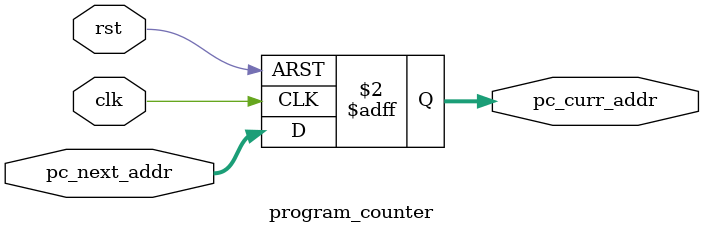
<source format=v>
module program_counter(
	pc_next_addr, 
	clk, 
	rst, 
	pc_curr_addr
);

input		[31:0]	pc_next_addr;
input				clk;
input				rst;
output reg	[31:0]	pc_curr_addr;

always @(posedge clk, posedge rst) begin
	if (rst) begin
		pc_curr_addr <= 32'b0;
    end	else begin
		pc_curr_addr <= pc_next_addr;
	end
end

endmodule
</source>
